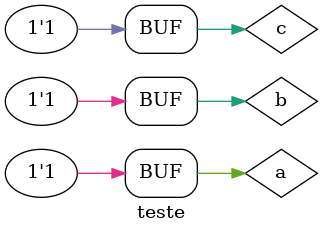
<source format=v>
module f ( output s, input a, input b, input c );
    wire w1, w2, w3, w4;
    not NOT_1 (w1, b);
    not NOT_2 (w2, c);
    and AND_1 (w3, a, w2);
    and AND_2 (w4, a, w1, c);
    or OR_1 (s, w3, w4);
endmodule 
// F = b' c' + a b' c
module teste;
    reg a, b, c;
    wire s;

    f funcao (s, a, b, c);

    initial begin
        $display("a b c s");
        $monitor("%b %b %b %b", a, b, c, s);
        
        a = 0; b = 0; c = 0; #1;
        a = 0; b = 0; c = 1; #1;
        a = 0; b = 1; c = 0; #1;
        a = 0; b = 1; c = 1; #1;
        a = 1; b = 0; c = 0; #1;
        a = 1; b = 0; c = 1; #1;
        a = 1; b = 1; c = 0; #1;
        a = 1; b = 1; c = 1; #1;
    end
endmodule
/* s = ac' + ab'c

s = a(c' + b'c)
s = a(c' + b')


a  b  c  s
0  0  0  0
0  0  1  0
0  1  0  0
0  1  1  0
1  0  0  1
1  0  1  1
1  1  0  1
1  1  1  0

*/
</source>
